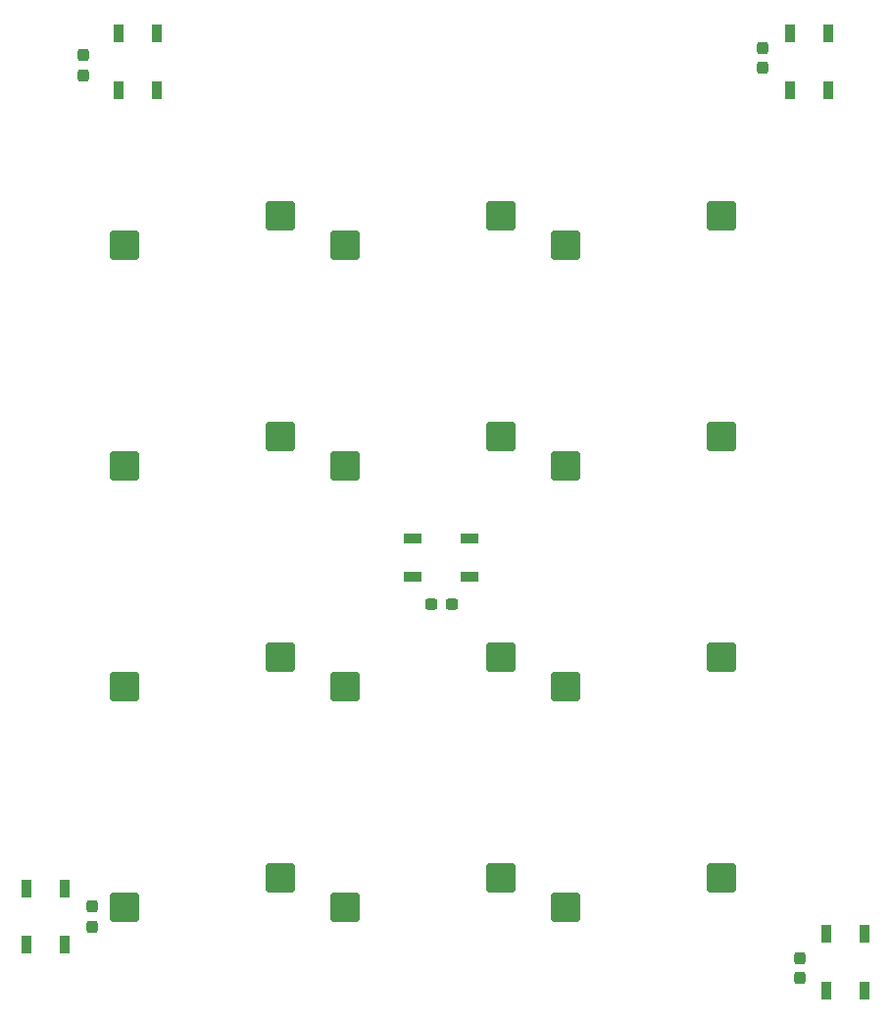
<source format=gbp>
G04 #@! TF.GenerationSoftware,KiCad,Pcbnew,7.0.5*
G04 #@! TF.CreationDate,2023-07-29T23:22:17-07:00*
G04 #@! TF.ProjectId,Custom_KeyPad,43757374-6f6d-45f4-9b65-795061642e6b,rev?*
G04 #@! TF.SameCoordinates,Original*
G04 #@! TF.FileFunction,Paste,Bot*
G04 #@! TF.FilePolarity,Positive*
%FSLAX46Y46*%
G04 Gerber Fmt 4.6, Leading zero omitted, Abs format (unit mm)*
G04 Created by KiCad (PCBNEW 7.0.5) date 2023-07-29 23:22:17*
%MOMM*%
%LPD*%
G01*
G04 APERTURE LIST*
G04 Aperture macros list*
%AMRoundRect*
0 Rectangle with rounded corners*
0 $1 Rounding radius*
0 $2 $3 $4 $5 $6 $7 $8 $9 X,Y pos of 4 corners*
0 Add a 4 corners polygon primitive as box body*
4,1,4,$2,$3,$4,$5,$6,$7,$8,$9,$2,$3,0*
0 Add four circle primitives for the rounded corners*
1,1,$1+$1,$2,$3*
1,1,$1+$1,$4,$5*
1,1,$1+$1,$6,$7*
1,1,$1+$1,$8,$9*
0 Add four rect primitives between the rounded corners*
20,1,$1+$1,$2,$3,$4,$5,0*
20,1,$1+$1,$4,$5,$6,$7,0*
20,1,$1+$1,$6,$7,$8,$9,0*
20,1,$1+$1,$8,$9,$2,$3,0*%
G04 Aperture macros list end*
%ADD10RoundRect,0.250000X1.025000X1.000000X-1.025000X1.000000X-1.025000X-1.000000X1.025000X-1.000000X0*%
%ADD11RoundRect,0.237500X-0.237500X0.300000X-0.237500X-0.300000X0.237500X-0.300000X0.237500X0.300000X0*%
%ADD12R,1.500000X0.900000*%
%ADD13RoundRect,0.237500X0.300000X0.237500X-0.300000X0.237500X-0.300000X-0.237500X0.300000X-0.237500X0*%
%ADD14R,0.900000X1.500000*%
G04 APERTURE END LIST*
D10*
X132975000Y-130175000D03*
X146425000Y-127635000D03*
D11*
X188118750Y-55967500D03*
X188118750Y-57692500D03*
D12*
X162787500Y-98362500D03*
X162787500Y-101662500D03*
X157887500Y-101662500D03*
X157887500Y-98362500D03*
D10*
X152025000Y-92075000D03*
X165475000Y-89535000D03*
X132975000Y-92075000D03*
X146425000Y-89535000D03*
D13*
X161200000Y-103981250D03*
X159475000Y-103981250D03*
D10*
X132975000Y-111125000D03*
X146425000Y-108585000D03*
X171075000Y-73025000D03*
X184525000Y-70485000D03*
X152025000Y-73025000D03*
X165475000Y-70485000D03*
D14*
X193612500Y-132487500D03*
X196912500Y-132487500D03*
X196912500Y-137387500D03*
X193612500Y-137387500D03*
D10*
X152025000Y-111125000D03*
X165475000Y-108585000D03*
X171075000Y-130175000D03*
X184525000Y-127635000D03*
X152025000Y-130175000D03*
X165475000Y-127635000D03*
D14*
X132493750Y-54700000D03*
X135793750Y-54700000D03*
X135793750Y-59600000D03*
X132493750Y-59600000D03*
D10*
X171075000Y-92075000D03*
X184525000Y-89535000D03*
D11*
X129381250Y-56632500D03*
X129381250Y-58357500D03*
D10*
X171075000Y-111125000D03*
X184525000Y-108585000D03*
D14*
X124493750Y-128518750D03*
X127793750Y-128518750D03*
X127793750Y-133418750D03*
X124493750Y-133418750D03*
X190437500Y-54700000D03*
X193737500Y-54700000D03*
X193737500Y-59600000D03*
X190437500Y-59600000D03*
D11*
X191293750Y-134548750D03*
X191293750Y-136273750D03*
X130175000Y-130106250D03*
X130175000Y-131831250D03*
D10*
X132975000Y-73025000D03*
X146425000Y-70485000D03*
M02*

</source>
